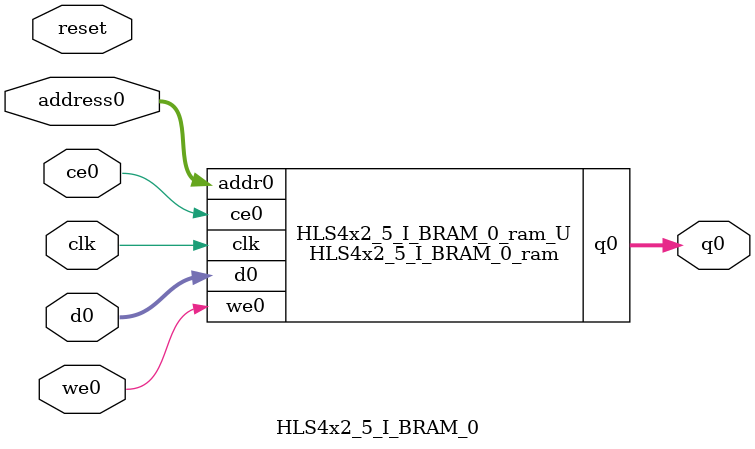
<source format=v>

`timescale 1 ns / 1 ps
module HLS4x2_5_I_BRAM_0_ram (addr0, ce0, d0, we0, q0,  clk);

parameter DWIDTH = 16;
parameter AWIDTH = 8;
parameter MEM_SIZE = 225;

input[AWIDTH-1:0] addr0;
input ce0;
input[DWIDTH-1:0] d0;
input we0;
output reg[DWIDTH-1:0] q0;
input clk;

(* ram_style = "block" *)reg [DWIDTH-1:0] ram[0:MEM_SIZE-1];




always @(posedge clk)  
begin 
    if (ce0) 
    begin
        if (we0) 
        begin 
            ram[addr0] <= d0; 
            q0 <= d0;
        end 
        else 
            q0 <= ram[addr0];
    end
end


endmodule


`timescale 1 ns / 1 ps
module HLS4x2_5_I_BRAM_0(
    reset,
    clk,
    address0,
    ce0,
    we0,
    d0,
    q0);

parameter DataWidth = 32'd16;
parameter AddressRange = 32'd225;
parameter AddressWidth = 32'd8;
input reset;
input clk;
input[AddressWidth - 1:0] address0;
input ce0;
input we0;
input[DataWidth - 1:0] d0;
output[DataWidth - 1:0] q0;



HLS4x2_5_I_BRAM_0_ram HLS4x2_5_I_BRAM_0_ram_U(
    .clk( clk ),
    .addr0( address0 ),
    .ce0( ce0 ),
    .d0( d0 ),
    .we0( we0 ),
    .q0( q0 ));

endmodule


</source>
